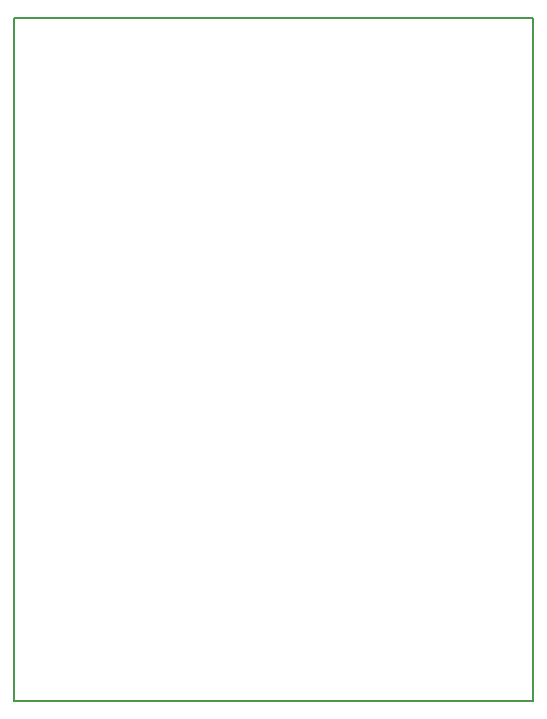
<source format=gbr>
G04 #@! TF.GenerationSoftware,KiCad,Pcbnew,(5.1.6)-1*
G04 #@! TF.CreationDate,2020-08-22T12:18:14-07:00*
G04 #@! TF.ProjectId,Ultra_Low_Noise_Bias_Supply,556c7472-615f-44c6-9f77-5f4e6f697365,rev?*
G04 #@! TF.SameCoordinates,Original*
G04 #@! TF.FileFunction,Profile,NP*
%FSLAX46Y46*%
G04 Gerber Fmt 4.6, Leading zero omitted, Abs format (unit mm)*
G04 Created by KiCad (PCBNEW (5.1.6)-1) date 2020-08-22 12:18:14*
%MOMM*%
%LPD*%
G01*
G04 APERTURE LIST*
G04 #@! TA.AperFunction,Profile*
%ADD10C,0.200000*%
G04 #@! TD*
G04 APERTURE END LIST*
D10*
X113030000Y-115570000D02*
X113030000Y-57785000D01*
X156972000Y-115570000D02*
X113030000Y-115570000D01*
X156972000Y-57785000D02*
X156972000Y-115570000D01*
X113030000Y-57785000D02*
X156972000Y-57785000D01*
M02*

</source>
